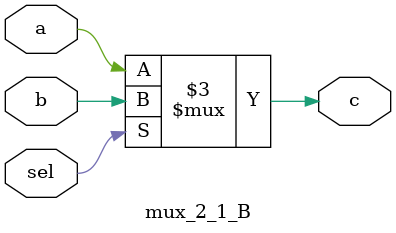
<source format=v>
module mux_2_1_B (
    input sel,
    input  a,
    input  b,
    output c
);

    always @(a or b or sel) begin
        if (sel)
            c = b;  // If sel is high, output b
        else
            c = a;  // If sel is low, output a
    end

endmodule

</source>
